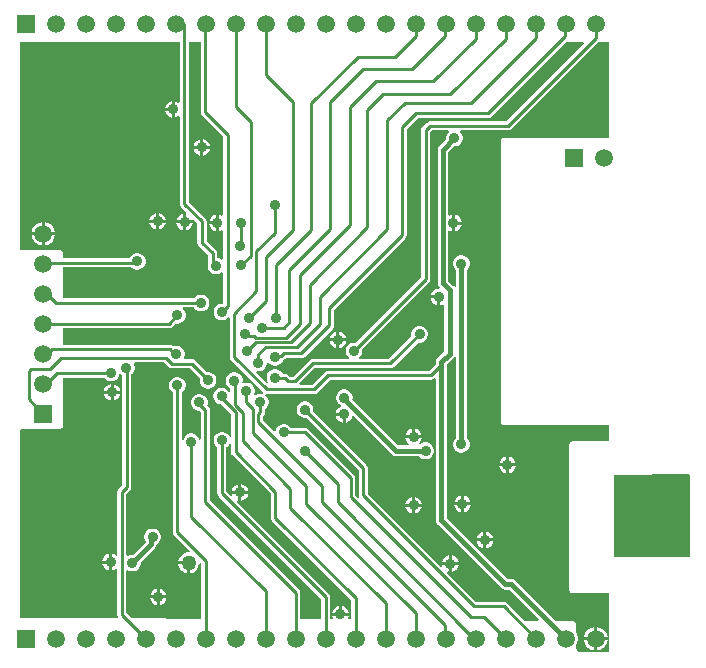
<source format=gbl>
G04*
G04 #@! TF.GenerationSoftware,Altium Limited,Altium Designer,21.2.0 (30)*
G04*
G04 Layer_Physical_Order=2*
G04 Layer_Color=16711680*
%FSLAX25Y25*%
%MOIN*%
G70*
G04*
G04 #@! TF.SameCoordinates,77A29CB9-FCA2-4D4B-8533-71CC963FDA7C*
G04*
G04*
G04 #@! TF.FilePolarity,Positive*
G04*
G01*
G75*
%ADD14C,0.01000*%
%ADD53C,0.01500*%
%ADD54C,0.05906*%
%ADD55R,0.05906X0.05906*%
%ADD56R,0.05906X0.05906*%
%ADD57C,0.03543*%
%ADD58C,0.05000*%
G36*
X323371Y395102D02*
X323134Y395004D01*
X322871Y394936D01*
X322270Y395283D01*
X321700Y395435D01*
Y392700D01*
Y389965D01*
X322270Y390117D01*
X322871Y390464D01*
X323134Y390396D01*
X323371Y390298D01*
Y361273D01*
X323487Y360688D01*
X323819Y360192D01*
X325578Y358432D01*
X325500Y358263D01*
Y355700D01*
X328063D01*
X328232Y355778D01*
X329271Y354740D01*
Y348200D01*
X329387Y347615D01*
X329719Y347119D01*
X332771Y344067D01*
Y342357D01*
X332887Y341772D01*
X332966Y341654D01*
X332917Y341570D01*
X332728Y340865D01*
Y340135D01*
X332917Y339430D01*
X333282Y338798D01*
X333798Y338282D01*
X334430Y337917D01*
X335135Y337728D01*
X335865D01*
X336570Y337917D01*
X337202Y338282D01*
X337271Y338351D01*
X337771Y338144D01*
Y327976D01*
X337765Y327972D01*
X337035D01*
X336330Y327783D01*
X335698Y327418D01*
X335182Y326902D01*
X334817Y326270D01*
X334628Y325565D01*
Y324835D01*
X334817Y324130D01*
X335182Y323498D01*
X335698Y322982D01*
X336330Y322617D01*
X337035Y322428D01*
X337765D01*
X338470Y322617D01*
X339102Y322982D01*
X339471Y323351D01*
X339971Y323144D01*
Y310200D01*
X340087Y309615D01*
X340419Y309119D01*
X351219Y298319D01*
X351230Y298311D01*
X351020Y297850D01*
X350565Y297972D01*
X349835D01*
X349130Y297783D01*
X348617Y297486D01*
X348352Y297635D01*
X348241Y297742D01*
X348200Y297794D01*
X348372Y298435D01*
Y299165D01*
X348183Y299870D01*
X347818Y300502D01*
X347302Y301018D01*
X346670Y301383D01*
X345965Y301572D01*
X345235D01*
X344650Y301415D01*
X344351Y301627D01*
X344232Y301788D01*
X344272Y301935D01*
Y302665D01*
X344083Y303370D01*
X343718Y304002D01*
X343202Y304518D01*
X342570Y304883D01*
X341865Y305072D01*
X341135D01*
X340430Y304883D01*
X339798Y304518D01*
X339282Y304002D01*
X338917Y303370D01*
X338728Y302665D01*
Y301935D01*
X338917Y301230D01*
X339282Y300598D01*
X339798Y300082D01*
X340271Y299809D01*
Y298498D01*
X339771Y298364D01*
X339518Y298802D01*
X339002Y299318D01*
X338370Y299683D01*
X337665Y299872D01*
X336935D01*
X336230Y299683D01*
X335598Y299318D01*
X335082Y298802D01*
X334717Y298170D01*
X334528Y297465D01*
Y296735D01*
X334717Y296030D01*
X335082Y295398D01*
X335598Y294882D01*
X336230Y294517D01*
X336935Y294328D01*
X337261D01*
X340471Y291118D01*
Y283581D01*
X339983Y283470D01*
X339618Y284102D01*
X339102Y284618D01*
X338470Y284983D01*
X337765Y285172D01*
X337035D01*
X336330Y284983D01*
X335698Y284618D01*
X335182Y284102D01*
X334817Y283470D01*
X334628Y282765D01*
Y282035D01*
X334817Y281330D01*
X335182Y280698D01*
X335698Y280182D01*
X335871Y280083D01*
Y264700D01*
X335987Y264115D01*
X336319Y263619D01*
X370471Y229467D01*
Y223075D01*
X370116Y222722D01*
X363529Y222761D01*
Y231600D01*
X363413Y232185D01*
X363081Y232681D01*
X333429Y262333D01*
Y292373D01*
X333313Y292958D01*
X332981Y293455D01*
X332488Y293948D01*
X332672Y294635D01*
Y295365D01*
X332483Y296070D01*
X332118Y296702D01*
X331602Y297218D01*
X330970Y297583D01*
X330265Y297772D01*
X329535D01*
X328830Y297583D01*
X328198Y297218D01*
X327682Y296702D01*
X327317Y296070D01*
X327128Y295365D01*
Y294635D01*
X327317Y293930D01*
X327682Y293298D01*
X328198Y292782D01*
X328830Y292417D01*
X329535Y292228D01*
X329882D01*
X330371Y291740D01*
Y282708D01*
X329871Y282642D01*
X329783Y282970D01*
X329418Y283602D01*
X328902Y284118D01*
X328270Y284483D01*
X327565Y284672D01*
X326835D01*
X326130Y284483D01*
X325498Y284118D01*
X324982Y283602D01*
X324617Y282970D01*
X324529Y282642D01*
X324029Y282708D01*
Y298383D01*
X324202Y298482D01*
X324718Y298998D01*
X325083Y299630D01*
X325272Y300335D01*
Y301065D01*
X325083Y301770D01*
X324718Y302402D01*
X324202Y302918D01*
X323570Y303283D01*
X322865Y303472D01*
X322135D01*
X321430Y303283D01*
X320798Y302918D01*
X320282Y302402D01*
X319917Y301770D01*
X319728Y301065D01*
Y300335D01*
X319917Y299630D01*
X320282Y298998D01*
X320798Y298482D01*
X320971Y298383D01*
Y251800D01*
X321087Y251215D01*
X321419Y250719D01*
X326637Y245500D01*
X326430Y245000D01*
X325839D01*
X324949Y244761D01*
X324151Y244301D01*
X323499Y243649D01*
X323039Y242851D01*
X322811Y242000D01*
X326300D01*
Y241500D01*
X326800D01*
Y238011D01*
X327651Y238239D01*
X328449Y238699D01*
X329101Y239351D01*
X329561Y240149D01*
X329800Y241039D01*
Y241228D01*
X330300Y241487D01*
X330471Y241367D01*
Y223313D01*
X330116Y222961D01*
X307366Y223097D01*
X305601Y224862D01*
Y238911D01*
X306101Y239165D01*
X306530Y238917D01*
X307235Y238728D01*
X307965D01*
X308670Y238917D01*
X309302Y239282D01*
X309818Y239798D01*
X310183Y240430D01*
X310372Y241135D01*
Y241748D01*
X315171Y246547D01*
X315171Y246547D01*
X315558Y247126D01*
X315692Y247803D01*
X316002Y247982D01*
X316518Y248498D01*
X316883Y249130D01*
X317072Y249835D01*
Y250565D01*
X316883Y251270D01*
X316518Y251902D01*
X316002Y252418D01*
X315370Y252783D01*
X314665Y252972D01*
X313935D01*
X313230Y252783D01*
X312598Y252418D01*
X312082Y251902D01*
X311717Y251270D01*
X311528Y250565D01*
Y249835D01*
X311717Y249130D01*
X312079Y248503D01*
X307848Y244272D01*
X307235D01*
X306530Y244083D01*
X306101Y243835D01*
X305601Y244090D01*
Y264622D01*
X306781Y265803D01*
X307113Y266299D01*
X307229Y266884D01*
Y304340D01*
X307302Y304382D01*
X307818Y304898D01*
X308183Y305530D01*
X308372Y306235D01*
Y306965D01*
X308183Y307670D01*
X308083Y307842D01*
X308372Y308342D01*
X318268D01*
X319763Y306847D01*
X320260Y306515D01*
X320845Y306399D01*
X326638D01*
X330080Y302957D01*
X330028Y302765D01*
Y302035D01*
X330217Y301330D01*
X330582Y300698D01*
X331098Y300182D01*
X331730Y299817D01*
X332435Y299628D01*
X333165D01*
X333870Y299817D01*
X334502Y300182D01*
X335018Y300698D01*
X335383Y301330D01*
X335572Y302035D01*
Y302765D01*
X335383Y303470D01*
X335018Y304102D01*
X334502Y304618D01*
X333870Y304983D01*
X333165Y305172D01*
X332435D01*
X332243Y305120D01*
X328353Y309010D01*
X327857Y309341D01*
X327272Y309458D01*
X324972D01*
X324683Y309958D01*
X324783Y310130D01*
X324972Y310835D01*
Y311565D01*
X324783Y312270D01*
X324418Y312902D01*
X323902Y313418D01*
X323270Y313783D01*
X322565Y313972D01*
X321835D01*
X321130Y313783D01*
X321106Y313769D01*
X321093Y313781D01*
X320597Y314113D01*
X320012Y314229D01*
X284445D01*
Y319771D01*
X319800D01*
X320385Y319887D01*
X320881Y320219D01*
X321943Y321280D01*
X322135Y321228D01*
X322865D01*
X323570Y321417D01*
X324202Y321782D01*
X324718Y322298D01*
X325083Y322930D01*
X325272Y323635D01*
Y324365D01*
X325083Y325070D01*
X324718Y325702D01*
X324249Y326171D01*
X324276Y326374D01*
X324418Y326671D01*
X328083D01*
X328182Y326498D01*
X328698Y325982D01*
X329330Y325617D01*
X330035Y325428D01*
X330765D01*
X331470Y325617D01*
X332102Y325982D01*
X332618Y326498D01*
X332983Y327130D01*
X333172Y327835D01*
Y328565D01*
X332983Y329270D01*
X332618Y329902D01*
X332102Y330418D01*
X331470Y330783D01*
X330765Y330972D01*
X330035D01*
X329330Y330783D01*
X328698Y330418D01*
X328182Y329902D01*
X328083Y329729D01*
X284445D01*
X284445Y340121D01*
X307160D01*
X307498Y339782D01*
X308130Y339417D01*
X308835Y339228D01*
X309565D01*
X310270Y339417D01*
X310902Y339782D01*
X311418Y340298D01*
X311783Y340930D01*
X311972Y341635D01*
Y342365D01*
X311783Y343070D01*
X311418Y343702D01*
X310902Y344218D01*
X310270Y344583D01*
X309565Y344772D01*
X308835D01*
X308130Y344583D01*
X307498Y344218D01*
X306982Y343702D01*
X306680Y343179D01*
X284445D01*
Y344814D01*
X284406Y345006D01*
X284369Y345198D01*
X284368Y345201D01*
X284367Y345204D01*
X284258Y345367D01*
X284150Y345531D01*
X284148Y345532D01*
X284146Y345535D01*
X283983Y345644D01*
X283821Y345754D01*
X283818Y345754D01*
X283815Y345756D01*
X283623Y345794D01*
X283431Y345833D01*
X270506Y345911D01*
X270480Y345934D01*
X270150Y346323D01*
Y415200D01*
X323371D01*
Y395102D01*
D02*
G37*
G36*
X466500Y383364D02*
X466145Y383012D01*
X431331Y383220D01*
X431328Y383219D01*
X431325Y383220D01*
X431132Y383181D01*
X430940Y383144D01*
X430938Y383143D01*
X430935Y383142D01*
X430772Y383033D01*
X430608Y382925D01*
X430607Y382923D01*
X430604Y382921D01*
X430495Y382758D01*
X430385Y382596D01*
X430385Y382593D01*
X430383Y382590D01*
X430345Y382398D01*
X430305Y382206D01*
X430306Y382203D01*
X430305Y382200D01*
X430344Y382008D01*
X430381Y381816D01*
X430382Y381813D01*
X430383Y381810D01*
X430455Y381701D01*
Y288400D01*
X430533Y288010D01*
X430754Y287679D01*
X431085Y287458D01*
X431475Y287380D01*
X466500Y287380D01*
Y282350D01*
X466145Y281997D01*
X454281Y282068D01*
X454278Y282067D01*
X454275Y282068D01*
X454082Y282030D01*
X453890Y281993D01*
X453888Y281991D01*
X453885Y281991D01*
X453722Y281881D01*
X453558Y281774D01*
X453557Y281771D01*
X453554Y281769D01*
X453445Y281606D01*
X453335Y281444D01*
X453335Y281441D01*
X453333Y281439D01*
X453295Y281246D01*
X453255Y281055D01*
X453256Y281051D01*
X453255Y281048D01*
X453255Y232500D01*
X453333Y232110D01*
X453554Y231779D01*
X453885Y231558D01*
X454275Y231480D01*
X466500D01*
Y211800D01*
X456220D01*
X456142Y212190D01*
X455921Y212521D01*
X455320Y213122D01*
Y214144D01*
X455683Y214774D01*
X455953Y215780D01*
Y216820D01*
X455683Y217826D01*
X455320Y218456D01*
Y221200D01*
X455281Y221392D01*
X455244Y221585D01*
X455243Y221587D01*
X455242Y221590D01*
X455133Y221753D01*
X455025Y221917D01*
X455023Y221918D01*
X455021Y221921D01*
X454857Y222030D01*
X454696Y222140D01*
X454693Y222140D01*
X454690Y222142D01*
X454497Y222180D01*
X454306Y222220D01*
X448569Y222254D01*
X435119Y235704D01*
X434541Y236091D01*
X433858Y236226D01*
X432617D01*
X412284Y256559D01*
Y307500D01*
Y307711D01*
X414562Y309988D01*
X414651Y310122D01*
X415330Y310239D01*
X415416Y310175D01*
Y283135D01*
X414982Y282702D01*
X414617Y282070D01*
X414428Y281365D01*
Y280635D01*
X414617Y279930D01*
X414982Y279298D01*
X415498Y278782D01*
X416130Y278417D01*
X416835Y278228D01*
X417565D01*
X418270Y278417D01*
X418902Y278782D01*
X419418Y279298D01*
X419783Y279930D01*
X419972Y280635D01*
Y281365D01*
X419783Y282070D01*
X419418Y282702D01*
X418984Y283135D01*
Y339165D01*
X419418Y339598D01*
X419783Y340230D01*
X419972Y340935D01*
Y341665D01*
X419783Y342370D01*
X419418Y343002D01*
X418902Y343518D01*
X418270Y343883D01*
X417565Y344072D01*
X416835D01*
X416130Y343883D01*
X415498Y343518D01*
X414982Y343002D01*
X414617Y342370D01*
X414428Y341665D01*
Y340935D01*
X414617Y340230D01*
X414982Y339598D01*
X415416Y339165D01*
Y333718D01*
X415330Y333655D01*
X414651Y333771D01*
X414562Y333905D01*
X412863Y335604D01*
Y352025D01*
X413363Y352314D01*
X413530Y352217D01*
X414100Y352065D01*
Y354800D01*
Y357535D01*
X413530Y357383D01*
X413363Y357286D01*
X412863Y357575D01*
Y378539D01*
X414652Y380328D01*
X415265D01*
X415970Y380517D01*
X416602Y380882D01*
X417118Y381398D01*
X417483Y382030D01*
X417672Y382735D01*
Y383465D01*
X417483Y384170D01*
X417118Y384802D01*
X416749Y385171D01*
X416956Y385671D01*
X432700D01*
X433285Y385787D01*
X433781Y386119D01*
X462863Y415200D01*
X466500D01*
Y383364D01*
D02*
G37*
G36*
X330371Y391700D02*
X330487Y391115D01*
X330819Y390619D01*
X337771Y383666D01*
Y357598D01*
X337271Y357309D01*
X336970Y357483D01*
X336400Y357635D01*
Y354900D01*
Y352165D01*
X336970Y352317D01*
X337271Y352491D01*
X337771Y352202D01*
Y342856D01*
X337271Y342649D01*
X337202Y342718D01*
X336570Y343083D01*
X335865Y343272D01*
X335829D01*
Y344700D01*
X335713Y345285D01*
X335381Y345781D01*
X332329Y348833D01*
Y355373D01*
X332213Y355958D01*
X331881Y356455D01*
X326429Y361907D01*
Y415200D01*
X330371D01*
Y391700D01*
D02*
G37*
G36*
X413051Y385171D02*
X412682Y384802D01*
X412317Y384170D01*
X412128Y383465D01*
Y382852D01*
X409817Y380540D01*
X409430Y379961D01*
X409294Y379278D01*
Y334865D01*
X409430Y334182D01*
X409817Y333604D01*
X409948Y333472D01*
X409741Y332972D01*
X409335D01*
X408630Y332783D01*
X407998Y332418D01*
X407482Y331902D01*
X407117Y331270D01*
X406965Y330700D01*
X409700D01*
Y330200D01*
X410200D01*
Y327465D01*
X410770Y327617D01*
X411016Y327759D01*
X411516Y327470D01*
Y311989D01*
X409238Y309712D01*
X408851Y309133D01*
X408716Y308450D01*
Y307879D01*
X406466Y305629D01*
X372800D01*
X372215Y305513D01*
X371719Y305181D01*
X367466Y300929D01*
X363446D01*
X363254Y301391D01*
X368334Y306471D01*
X393600D01*
X394185Y306587D01*
X394681Y306919D01*
X402743Y314980D01*
X402935Y314928D01*
X403665D01*
X404370Y315117D01*
X405002Y315482D01*
X405518Y315998D01*
X405883Y316630D01*
X406072Y317335D01*
Y318065D01*
X405883Y318770D01*
X405518Y319402D01*
X405002Y319918D01*
X404370Y320283D01*
X403665Y320472D01*
X402935D01*
X402230Y320283D01*
X401598Y319918D01*
X401082Y319402D01*
X400717Y318770D01*
X400528Y318065D01*
Y317335D01*
X400580Y317143D01*
X392967Y309529D01*
X383318D01*
X383176Y309826D01*
X383149Y310029D01*
X383618Y310498D01*
X383983Y311130D01*
X384172Y311835D01*
Y312565D01*
X384120Y312757D01*
X406381Y335019D01*
X406713Y335515D01*
X406829Y336100D01*
Y385067D01*
X407434Y385671D01*
X412844D01*
X413051Y385171D01*
D02*
G37*
G36*
X458075Y414738D02*
X432066Y388729D01*
X406800D01*
X406215Y388613D01*
X405719Y388281D01*
X404219Y386781D01*
X403887Y386285D01*
X403771Y385700D01*
Y336734D01*
X381957Y314920D01*
X381765Y314972D01*
X381035D01*
X380330Y314783D01*
X379698Y314418D01*
X379182Y313902D01*
X378817Y313270D01*
X378628Y312565D01*
Y311835D01*
X378817Y311130D01*
X379182Y310498D01*
X379651Y310029D01*
X379624Y309826D01*
X379482Y309529D01*
X367700D01*
X367115Y309413D01*
X366619Y309081D01*
X361067Y303529D01*
X360078D01*
X359497Y304110D01*
X359001Y304441D01*
X358416Y304558D01*
X357618D01*
X357362Y305002D01*
X356846Y305518D01*
X356214Y305883D01*
X355509Y306072D01*
X354779D01*
X354074Y305883D01*
X353442Y305518D01*
X352926Y305002D01*
X352561Y304370D01*
X352373Y303665D01*
Y302935D01*
X352561Y302230D01*
X352864Y301706D01*
X352464Y301399D01*
X348849Y305014D01*
X349107Y305463D01*
X349235Y305428D01*
X349965D01*
X350670Y305617D01*
X351302Y305982D01*
X351818Y306498D01*
X352183Y307130D01*
X352372Y307835D01*
Y308182D01*
X352872Y308316D01*
X352882Y308298D01*
X353398Y307782D01*
X354030Y307417D01*
X354735Y307228D01*
X355465D01*
X356170Y307417D01*
X356802Y307782D01*
X357318Y308298D01*
X357683Y308930D01*
X357708Y309022D01*
X357849Y309050D01*
X358345Y309382D01*
X358834Y309871D01*
X363900D01*
X364485Y309987D01*
X364981Y310319D01*
X374281Y319619D01*
X374613Y320115D01*
X374729Y320700D01*
Y325766D01*
X398581Y349619D01*
X398913Y350115D01*
X399029Y350700D01*
Y386067D01*
X402834Y389871D01*
X426200D01*
X426785Y389987D01*
X427281Y390319D01*
X452163Y415200D01*
X457884D01*
X458075Y414738D01*
D02*
G37*
G36*
X303898Y304382D02*
X304171Y304225D01*
Y267518D01*
X302990Y266337D01*
X302659Y265841D01*
X302542Y265256D01*
Y244184D01*
X302042Y243977D01*
X302002Y244018D01*
X301370Y244383D01*
X300800Y244535D01*
Y241800D01*
Y239065D01*
X301370Y239217D01*
X302002Y239582D01*
X302042Y239623D01*
X302542Y239416D01*
Y224228D01*
X302659Y223643D01*
X302671Y223625D01*
X302403Y223126D01*
X270150Y223319D01*
Y285968D01*
X270500Y286255D01*
X283425D01*
X283815Y286333D01*
X284146Y286554D01*
X284367Y286885D01*
X284445Y287275D01*
X284445Y303271D01*
X298183D01*
X298282Y303098D01*
X298798Y302582D01*
X299430Y302217D01*
X300135Y302028D01*
X300865D01*
X301570Y302217D01*
X302202Y302582D01*
X302718Y303098D01*
X303083Y303730D01*
X303243Y304330D01*
X303548Y304476D01*
X303772Y304509D01*
X303898Y304382D01*
D02*
G37*
G36*
X408716Y302900D02*
Y255820D01*
X408851Y255137D01*
X409238Y254558D01*
X430616Y233180D01*
X431195Y232794D01*
X431878Y232658D01*
X433119D01*
X443027Y222749D01*
X442835Y222288D01*
X438147Y222316D01*
X432381Y228081D01*
X431885Y228413D01*
X431300Y228529D01*
X422133D01*
X412439Y238224D01*
X412698Y238672D01*
X413100Y238565D01*
Y240800D01*
X410864D01*
X410972Y240398D01*
X410524Y240139D01*
X386029Y264633D01*
Y273200D01*
X385913Y273785D01*
X385581Y274281D01*
X367820Y292043D01*
X367872Y292235D01*
Y292965D01*
X367683Y293670D01*
X367318Y294302D01*
X366802Y294818D01*
X366170Y295183D01*
X365465Y295372D01*
X364735D01*
X364030Y295183D01*
X363398Y294818D01*
X362882Y294302D01*
X362517Y293670D01*
X362328Y292965D01*
Y292235D01*
X362517Y291530D01*
X362882Y290898D01*
X363398Y290382D01*
X364030Y290017D01*
X364735Y289828D01*
X365465D01*
X365657Y289880D01*
X382971Y272567D01*
Y264000D01*
X383070Y263500D01*
X382847Y263297D01*
X382658Y263205D01*
X381829Y264034D01*
Y269700D01*
X381713Y270285D01*
X381381Y270781D01*
X366081Y286081D01*
X365585Y286413D01*
X365000Y286529D01*
X360317D01*
X360218Y286702D01*
X359702Y287218D01*
X359070Y287583D01*
X358365Y287772D01*
X357635D01*
X356930Y287583D01*
X356298Y287218D01*
X355782Y286702D01*
X355417Y286070D01*
X355287Y285583D01*
X354757Y285406D01*
X351129Y289034D01*
Y290522D01*
X351281Y290674D01*
X351613Y291171D01*
X351729Y291756D01*
Y292883D01*
X351902Y292982D01*
X352418Y293498D01*
X352783Y294130D01*
X352972Y294835D01*
Y295565D01*
X352783Y296270D01*
X352418Y296902D01*
X351902Y297418D01*
X351843Y297452D01*
X352022Y297926D01*
X352300Y297871D01*
X368100D01*
X368685Y297987D01*
X369181Y298319D01*
X373433Y302571D01*
X407100D01*
X407685Y302687D01*
X408181Y303019D01*
X408254Y303091D01*
X408716Y302900D01*
D02*
G37*
G36*
X340471Y281219D02*
Y278500D01*
X340587Y277915D01*
X340919Y277419D01*
X353671Y264667D01*
Y256600D01*
X353787Y256015D01*
X354119Y255519D01*
X380471Y229167D01*
Y223015D01*
X380122Y222668D01*
X379633Y222705D01*
X379369Y223167D01*
X379483Y223364D01*
X379635Y223934D01*
X374165D01*
X374317Y223364D01*
X374414Y223196D01*
X374125Y222698D01*
X373529Y222702D01*
Y230100D01*
X373413Y230685D01*
X373081Y231181D01*
X342375Y261888D01*
X342634Y262336D01*
X342900Y262265D01*
Y264500D01*
X340665D01*
X340736Y264234D01*
X340287Y263975D01*
X338929Y265334D01*
Y280083D01*
X339102Y280182D01*
X339618Y280698D01*
X339983Y281330D01*
X340471Y281219D01*
D02*
G37*
G36*
X493300Y270646D02*
Y243600D01*
X468220D01*
X468220Y270921D01*
X492946Y270999D01*
X493300Y270646D01*
D02*
G37*
%LPC*%
G36*
X320700Y395435D02*
X320130Y395283D01*
X319498Y394918D01*
X318982Y394402D01*
X318617Y393770D01*
X318465Y393200D01*
X320700D01*
Y395435D01*
D02*
G37*
G36*
Y392200D02*
X318465D01*
X318617Y391630D01*
X318982Y390998D01*
X319498Y390482D01*
X320130Y390117D01*
X320700Y389965D01*
Y392200D01*
D02*
G37*
G36*
X316500Y358135D02*
Y355900D01*
X318735D01*
X318583Y356470D01*
X318218Y357102D01*
X317702Y357618D01*
X317070Y357983D01*
X316500Y358135D01*
D02*
G37*
G36*
X315500D02*
X314930Y357983D01*
X314298Y357618D01*
X313782Y357102D01*
X313417Y356470D01*
X313265Y355900D01*
X315500D01*
Y358135D01*
D02*
G37*
G36*
X324500Y357935D02*
X323930Y357783D01*
X323298Y357418D01*
X322782Y356902D01*
X322417Y356270D01*
X322265Y355700D01*
X324500D01*
Y357935D01*
D02*
G37*
G36*
X318735Y354900D02*
X316500D01*
Y352665D01*
X317070Y352817D01*
X317702Y353182D01*
X318218Y353698D01*
X318583Y354330D01*
X318735Y354900D01*
D02*
G37*
G36*
X315500D02*
X313265D01*
X313417Y354330D01*
X313782Y353698D01*
X314298Y353182D01*
X314930Y352817D01*
X315500Y352665D01*
Y354900D01*
D02*
G37*
G36*
X327735Y354700D02*
X325500D01*
Y352465D01*
X326070Y352617D01*
X326702Y352982D01*
X327218Y353498D01*
X327583Y354130D01*
X327735Y354700D01*
D02*
G37*
G36*
X324500D02*
X322265D01*
X322417Y354130D01*
X322782Y353498D01*
X323298Y352982D01*
X323930Y352617D01*
X324500Y352465D01*
Y354700D01*
D02*
G37*
G36*
X278420Y355253D02*
X278400D01*
Y351800D01*
X281853D01*
Y351820D01*
X281583Y352826D01*
X281063Y353727D01*
X280327Y354463D01*
X279426Y354983D01*
X278420Y355253D01*
D02*
G37*
G36*
X277400D02*
X277380D01*
X276374Y354983D01*
X275473Y354463D01*
X274737Y353727D01*
X274217Y352826D01*
X273947Y351820D01*
Y351800D01*
X277400D01*
Y355253D01*
D02*
G37*
G36*
X281853Y350800D02*
X278400D01*
Y347347D01*
X278420D01*
X279426Y347617D01*
X280327Y348137D01*
X281063Y348873D01*
X281583Y349774D01*
X281853Y350780D01*
Y350800D01*
D02*
G37*
G36*
X277400D02*
X273947D01*
Y350780D01*
X274217Y349774D01*
X274737Y348873D01*
X275473Y348137D01*
X276374Y347617D01*
X277380Y347347D01*
X277400D01*
Y350800D01*
D02*
G37*
G36*
X325800Y241000D02*
X322811D01*
X323039Y240149D01*
X323499Y239351D01*
X324151Y238699D01*
X324949Y238239D01*
X325800Y238011D01*
Y241000D01*
D02*
G37*
G36*
X316700Y232935D02*
Y230700D01*
X318935D01*
X318783Y231270D01*
X318418Y231902D01*
X317902Y232418D01*
X317270Y232783D01*
X316700Y232935D01*
D02*
G37*
G36*
X315700D02*
X315130Y232783D01*
X314498Y232418D01*
X313982Y231902D01*
X313617Y231270D01*
X313465Y230700D01*
X315700D01*
Y232935D01*
D02*
G37*
G36*
X318935Y229700D02*
X316700D01*
Y227465D01*
X317270Y227617D01*
X317902Y227982D01*
X318418Y228498D01*
X318783Y229130D01*
X318935Y229700D01*
D02*
G37*
G36*
X315700D02*
X313465D01*
X313617Y229130D01*
X313982Y228498D01*
X314498Y227982D01*
X315130Y227617D01*
X315700Y227465D01*
Y229700D01*
D02*
G37*
G36*
X415100Y357535D02*
Y355300D01*
X417336D01*
X417183Y355870D01*
X416818Y356502D01*
X416302Y357018D01*
X415670Y357383D01*
X415100Y357535D01*
D02*
G37*
G36*
X417336Y354300D02*
X415100D01*
Y352065D01*
X415670Y352217D01*
X416302Y352582D01*
X416818Y353098D01*
X417183Y353730D01*
X417336Y354300D01*
D02*
G37*
G36*
X433100Y276935D02*
Y274700D01*
X435335D01*
X435183Y275270D01*
X434818Y275902D01*
X434302Y276418D01*
X433670Y276783D01*
X433100Y276935D01*
D02*
G37*
G36*
X432100D02*
X431530Y276783D01*
X430898Y276418D01*
X430382Y275902D01*
X430017Y275270D01*
X429865Y274700D01*
X432100D01*
Y276935D01*
D02*
G37*
G36*
X435335Y273700D02*
X433100D01*
Y271465D01*
X433670Y271617D01*
X434302Y271982D01*
X434818Y272498D01*
X435183Y273130D01*
X435335Y273700D01*
D02*
G37*
G36*
X432100D02*
X429865D01*
X430017Y273130D01*
X430382Y272498D01*
X430898Y271982D01*
X431530Y271617D01*
X432100Y271465D01*
Y273700D01*
D02*
G37*
G36*
X418100Y263935D02*
Y261700D01*
X420335D01*
X420183Y262270D01*
X419818Y262902D01*
X419302Y263418D01*
X418670Y263783D01*
X418100Y263935D01*
D02*
G37*
G36*
X417100D02*
X416530Y263783D01*
X415898Y263418D01*
X415382Y262902D01*
X415017Y262270D01*
X414864Y261700D01*
X417100D01*
Y263935D01*
D02*
G37*
G36*
X420335Y260700D02*
X418100D01*
Y258465D01*
X418670Y258617D01*
X419302Y258982D01*
X419818Y259498D01*
X420183Y260130D01*
X420335Y260700D01*
D02*
G37*
G36*
X417100D02*
X414864D01*
X415017Y260130D01*
X415382Y259498D01*
X415898Y258982D01*
X416530Y258617D01*
X417100Y258465D01*
Y260700D01*
D02*
G37*
G36*
X425600Y251935D02*
Y249700D01*
X427836D01*
X427683Y250270D01*
X427318Y250902D01*
X426802Y251418D01*
X426170Y251783D01*
X425600Y251935D01*
D02*
G37*
G36*
X424600D02*
X424030Y251783D01*
X423398Y251418D01*
X422882Y250902D01*
X422517Y250270D01*
X422365Y249700D01*
X424600D01*
Y251935D01*
D02*
G37*
G36*
X427836Y248700D02*
X425600D01*
Y246465D01*
X426170Y246617D01*
X426802Y246982D01*
X427318Y247498D01*
X427683Y248130D01*
X427836Y248700D01*
D02*
G37*
G36*
X424600D02*
X422365D01*
X422517Y248130D01*
X422882Y247498D01*
X423398Y246982D01*
X424030Y246617D01*
X424600Y246465D01*
Y248700D01*
D02*
G37*
G36*
X462520Y220253D02*
X462500D01*
Y216800D01*
X465953D01*
Y216820D01*
X465683Y217826D01*
X465163Y218727D01*
X464427Y219463D01*
X463526Y219983D01*
X462520Y220253D01*
D02*
G37*
G36*
X461500D02*
X461480D01*
X460474Y219983D01*
X459573Y219463D01*
X458837Y218727D01*
X458317Y217826D01*
X458047Y216820D01*
Y216800D01*
X461500D01*
Y220253D01*
D02*
G37*
G36*
X465953Y215800D02*
X462500D01*
Y212347D01*
X462520D01*
X463526Y212617D01*
X464427Y213137D01*
X465163Y213873D01*
X465683Y214774D01*
X465953Y215780D01*
Y215800D01*
D02*
G37*
G36*
X461500D02*
X458047D01*
Y215780D01*
X458317Y214774D01*
X458837Y213873D01*
X459573Y213137D01*
X460474Y212617D01*
X461480Y212347D01*
X461500D01*
Y215800D01*
D02*
G37*
G36*
X331200Y382770D02*
Y380534D01*
X333435D01*
X333283Y381104D01*
X332918Y381736D01*
X332402Y382252D01*
X331770Y382617D01*
X331200Y382770D01*
D02*
G37*
G36*
X330200D02*
X329630Y382617D01*
X328998Y382252D01*
X328482Y381736D01*
X328117Y381104D01*
X327965Y380534D01*
X330200D01*
Y382770D01*
D02*
G37*
G36*
X333435Y379534D02*
X331200D01*
Y377299D01*
X331770Y377451D01*
X332402Y377816D01*
X332918Y378332D01*
X333283Y378964D01*
X333435Y379534D01*
D02*
G37*
G36*
X330200D02*
X327965D01*
X328117Y378964D01*
X328482Y378332D01*
X328998Y377816D01*
X329630Y377451D01*
X330200Y377299D01*
Y379534D01*
D02*
G37*
G36*
X335400Y357635D02*
X334830Y357483D01*
X334198Y357118D01*
X333682Y356602D01*
X333317Y355970D01*
X333165Y355400D01*
X335400D01*
Y357635D01*
D02*
G37*
G36*
Y354400D02*
X333165D01*
X333317Y353830D01*
X333682Y353198D01*
X334198Y352682D01*
X334830Y352317D01*
X335400Y352165D01*
Y354400D01*
D02*
G37*
G36*
X409200Y329700D02*
X406965D01*
X407117Y329130D01*
X407482Y328498D01*
X407998Y327982D01*
X408630Y327617D01*
X409200Y327465D01*
Y329700D01*
D02*
G37*
G36*
X376600Y318635D02*
Y316400D01*
X378835D01*
X378683Y316970D01*
X378318Y317602D01*
X377802Y318118D01*
X377170Y318483D01*
X376600Y318635D01*
D02*
G37*
G36*
X375600D02*
X375030Y318483D01*
X374398Y318118D01*
X373882Y317602D01*
X373517Y316970D01*
X373365Y316400D01*
X375600D01*
Y318635D01*
D02*
G37*
G36*
X378835Y315400D02*
X376600D01*
Y313165D01*
X377170Y313317D01*
X377802Y313682D01*
X378318Y314198D01*
X378683Y314830D01*
X378835Y315400D01*
D02*
G37*
G36*
X375600D02*
X373365D01*
X373517Y314830D01*
X373882Y314198D01*
X374398Y313682D01*
X375030Y313317D01*
X375600Y313165D01*
Y315400D01*
D02*
G37*
G36*
X301300Y301135D02*
Y298900D01*
X303535D01*
X303383Y299470D01*
X303018Y300102D01*
X302502Y300618D01*
X301870Y300983D01*
X301300Y301135D01*
D02*
G37*
G36*
X300300D02*
X299730Y300983D01*
X299098Y300618D01*
X298582Y300102D01*
X298217Y299470D01*
X298065Y298900D01*
X300300D01*
Y301135D01*
D02*
G37*
G36*
X303535Y297900D02*
X301300D01*
Y295665D01*
X301870Y295817D01*
X302502Y296182D01*
X303018Y296698D01*
X303383Y297330D01*
X303535Y297900D01*
D02*
G37*
G36*
X300300D02*
X298065D01*
X298217Y297330D01*
X298582Y296698D01*
X299098Y296182D01*
X299730Y295817D01*
X300300Y295665D01*
Y297900D01*
D02*
G37*
G36*
X299800Y244535D02*
X299230Y244383D01*
X298598Y244018D01*
X298082Y243502D01*
X297717Y242870D01*
X297565Y242300D01*
X299800D01*
Y244535D01*
D02*
G37*
G36*
Y241300D02*
X297565D01*
X297717Y240730D01*
X298082Y240098D01*
X298598Y239582D01*
X299230Y239217D01*
X299800Y239065D01*
Y241300D01*
D02*
G37*
G36*
X377627Y290500D02*
X375391D01*
X375544Y289930D01*
X375909Y289298D01*
X376425Y288782D01*
X377057Y288417D01*
X377627Y288265D01*
Y290500D01*
D02*
G37*
G36*
X401800Y286235D02*
Y284000D01*
X404035D01*
X403883Y284570D01*
X403518Y285202D01*
X403002Y285718D01*
X402370Y286083D01*
X401800Y286235D01*
D02*
G37*
G36*
X400800D02*
X400230Y286083D01*
X399598Y285718D01*
X399082Y285202D01*
X398717Y284570D01*
X398565Y284000D01*
X400800D01*
Y286235D01*
D02*
G37*
G36*
X378565Y299360D02*
X377835D01*
X377130Y299171D01*
X376498Y298806D01*
X375982Y298290D01*
X375617Y297658D01*
X375428Y296953D01*
Y296223D01*
X375617Y295518D01*
X375982Y294886D01*
X376498Y294370D01*
X376995Y294084D01*
X377031Y293789D01*
X377019Y293661D01*
X376980Y293538D01*
X376425Y293218D01*
X375909Y292702D01*
X375544Y292070D01*
X375391Y291500D01*
X378127D01*
Y291000D01*
X378627D01*
Y288265D01*
X379197Y288417D01*
X379829Y288782D01*
X380345Y289298D01*
X380709Y289930D01*
X380821Y290348D01*
X381379Y290497D01*
X394238Y277638D01*
X394238Y277638D01*
X394817Y277252D01*
X395500Y277116D01*
X403165D01*
X403598Y276682D01*
X404230Y276317D01*
X404935Y276128D01*
X405665D01*
X406370Y276317D01*
X407002Y276682D01*
X407518Y277198D01*
X407883Y277830D01*
X408072Y278535D01*
Y279265D01*
X407883Y279970D01*
X407518Y280602D01*
X407002Y281118D01*
X406370Y281483D01*
X405665Y281672D01*
X404935D01*
X404230Y281483D01*
X403598Y281118D01*
X403416Y280936D01*
X403374Y280947D01*
X403225Y281505D01*
X403518Y281798D01*
X403883Y282430D01*
X404035Y283000D01*
X398565D01*
X398717Y282430D01*
X399082Y281798D01*
X399598Y281282D01*
X399768Y281184D01*
X399634Y280684D01*
X396239D01*
X380914Y296009D01*
X380972Y296223D01*
Y296953D01*
X380783Y297658D01*
X380418Y298290D01*
X379902Y298806D01*
X379270Y299171D01*
X378565Y299360D01*
D02*
G37*
G36*
X401800Y263470D02*
Y261234D01*
X404035D01*
X403883Y261804D01*
X403518Y262436D01*
X403002Y262952D01*
X402370Y263317D01*
X401800Y263470D01*
D02*
G37*
G36*
X400800D02*
X400230Y263317D01*
X399598Y262952D01*
X399082Y262436D01*
X398717Y261804D01*
X398565Y261234D01*
X400800D01*
Y263470D01*
D02*
G37*
G36*
X404035Y260234D02*
X401800D01*
Y257999D01*
X402370Y258152D01*
X403002Y258516D01*
X403518Y259032D01*
X403883Y259664D01*
X404035Y260234D01*
D02*
G37*
G36*
X400800D02*
X398565D01*
X398717Y259664D01*
X399082Y259032D01*
X399598Y258516D01*
X400230Y258152D01*
X400800Y257999D01*
Y260234D01*
D02*
G37*
G36*
X414100Y244035D02*
Y241800D01*
X416335D01*
X416183Y242370D01*
X415818Y243002D01*
X415302Y243518D01*
X414670Y243883D01*
X414100Y244035D01*
D02*
G37*
G36*
X413100D02*
X412530Y243883D01*
X411898Y243518D01*
X411382Y243002D01*
X411017Y242370D01*
X410864Y241800D01*
X413100D01*
Y244035D01*
D02*
G37*
G36*
X416335Y240800D02*
X414100D01*
Y238565D01*
X414670Y238717D01*
X415302Y239082D01*
X415818Y239598D01*
X416183Y240230D01*
X416335Y240800D01*
D02*
G37*
G36*
X343900Y267735D02*
Y265500D01*
X346135D01*
X345983Y266070D01*
X345618Y266702D01*
X345102Y267218D01*
X344470Y267583D01*
X343900Y267735D01*
D02*
G37*
G36*
X342900D02*
X342330Y267583D01*
X341698Y267218D01*
X341182Y266702D01*
X340817Y266070D01*
X340665Y265500D01*
X342900D01*
Y267735D01*
D02*
G37*
G36*
X346135Y264500D02*
X343900D01*
Y262265D01*
X344470Y262417D01*
X345102Y262782D01*
X345618Y263298D01*
X345983Y263930D01*
X346135Y264500D01*
D02*
G37*
G36*
X377400Y227170D02*
Y224934D01*
X379635D01*
X379483Y225504D01*
X379118Y226136D01*
X378602Y226652D01*
X377970Y227017D01*
X377400Y227170D01*
D02*
G37*
G36*
X376400D02*
X375830Y227017D01*
X375198Y226652D01*
X374682Y226136D01*
X374317Y225504D01*
X374165Y224934D01*
X376400D01*
Y227170D01*
D02*
G37*
%LPD*%
D14*
X405300Y336100D02*
Y385700D01*
X381400Y312200D02*
X405300Y336100D01*
X406800Y387200D02*
X432700D01*
X462000Y416500D02*
Y421000D01*
X432700Y387200D02*
X462000Y416500D01*
X402200Y391400D02*
X426200D01*
X451933Y420933D02*
X452000Y421000D01*
X451933Y417133D02*
Y420933D01*
X426200Y391400D02*
X451933Y417133D01*
X398400Y394800D02*
X420300D01*
X442000Y416500D02*
Y421000D01*
X420300Y394800D02*
X442000Y416500D01*
X413500Y397800D02*
X432000Y416300D01*
X391100Y397800D02*
X413500D01*
X432000Y416300D02*
Y421000D01*
X422000Y416300D02*
Y421000D01*
X388800Y402200D02*
X407900D01*
X422000Y416300D01*
X400700Y406000D02*
X411833Y417133D01*
X384300Y406000D02*
X400700D01*
X411833Y420833D02*
X412000Y421000D01*
X411833Y417133D02*
Y420833D01*
X402000Y417100D02*
Y421000D01*
X395200Y410300D02*
X402000Y417100D01*
X382800Y410300D02*
X395200D01*
X373200Y326400D02*
X397500Y350700D01*
X363900Y311400D02*
X373200Y320700D01*
Y326400D01*
X357263Y310463D02*
X358200Y311400D01*
X363900D01*
X397500Y350700D02*
Y386700D01*
X402200Y391400D01*
X355563Y310463D02*
X357263D01*
X355100Y310000D02*
X355563Y310463D01*
X331900Y391700D02*
Y421157D01*
Y391700D02*
X339300Y384300D01*
X342200Y393400D02*
X347100Y388500D01*
X342200Y393400D02*
Y420224D01*
X352000Y404200D02*
X361200Y395000D01*
X352000Y404200D02*
Y420688D01*
X392600Y389000D02*
X398400Y394800D01*
X370000Y330300D02*
X392600Y352900D01*
Y389000D01*
X370000Y321100D02*
Y330300D01*
X362528Y313628D02*
X370000Y321100D01*
X352128Y313628D02*
X362528D01*
X385800Y353400D02*
Y392500D01*
X366700Y321500D02*
Y334300D01*
X385800Y353400D01*
Y392500D02*
X391100Y397800D01*
X351507Y315128D02*
X360328D01*
X366700Y321500D01*
X348709Y315009D02*
X351387D01*
X351507Y315128D01*
X345700Y312000D02*
X348709Y315009D01*
X349600Y311100D02*
X352128Y313628D01*
X349600Y308200D02*
Y311100D01*
X355416Y303028D02*
X358416D01*
X355144Y303300D02*
X355416Y303028D01*
X358416D02*
X359444Y302000D01*
X361700D01*
X350200Y291756D02*
Y295200D01*
X349600Y291156D02*
X350200Y291756D01*
X349600Y288400D02*
Y291156D01*
X322500Y251800D02*
Y300700D01*
Y251800D02*
X332000Y242300D01*
Y216300D02*
Y242300D01*
X349600Y288400D02*
X370800Y267200D01*
X345600Y295173D02*
X347800Y292973D01*
X345600Y295173D02*
Y298800D01*
X341500Y302300D02*
X341800Y302000D01*
Y294073D02*
Y302000D01*
Y294073D02*
X344300Y291573D01*
X337300Y296452D02*
X342000Y291752D01*
Y278500D02*
Y291752D01*
X337300Y296452D02*
Y297100D01*
X350900Y319900D02*
X358000D01*
X349007Y316628D02*
X349007Y316628D01*
X348887Y316509D02*
X349007Y316628D01*
X349007Y316628D02*
Y316628D01*
X347967Y317313D02*
X348772Y316509D01*
X345487Y317313D02*
X347967D01*
X345000Y317800D02*
X345487Y317313D01*
X348772Y316509D02*
X348887D01*
X346600Y323100D02*
X352200Y328700D01*
Y343379D01*
X277900Y321300D02*
X319800D01*
X322500Y324000D01*
X282070Y328200D02*
X330400D01*
X277900Y331300D02*
X278970D01*
X282070Y328200D01*
X365100Y292600D02*
X384500Y273200D01*
X349007Y316628D02*
X358928D01*
X363500Y321200D01*
X347800Y284900D02*
Y292973D01*
X341500Y310200D02*
X352300Y299400D01*
X368100D01*
X372800Y304100D01*
X407100D01*
X410500Y307500D01*
X341500Y310200D02*
Y324600D01*
X348900Y332000D01*
Y345373D01*
X355000Y351473D01*
Y360834D01*
X352200Y343379D02*
X361200Y352379D01*
X347100Y343900D02*
Y388500D01*
X343900Y340700D02*
X347100Y343900D01*
X334300Y342357D02*
X335500Y341158D01*
X334300Y342357D02*
Y344700D01*
X330800Y348200D02*
X334300Y344700D01*
X335500Y340500D02*
Y341158D01*
X330800Y348200D02*
Y355373D01*
X339300Y327100D02*
Y384300D01*
X337400Y325200D02*
X339300Y327100D01*
X324900Y361273D02*
X330800Y355373D01*
X324900Y361273D02*
Y421000D01*
X318901Y309872D02*
X320845Y307928D01*
X327272D01*
X283722Y309872D02*
X318901D01*
X332800Y302400D02*
X332800D01*
X327272Y307928D02*
X332800Y302400D01*
X358000Y285000D02*
X365000D01*
X380300Y269700D01*
X343700Y347200D02*
Y354800D01*
X343800Y354900D01*
X343600Y347100D02*
X343700Y347200D01*
X278250Y341650D02*
X308850D01*
X277900Y341300D02*
X278250Y341650D01*
X308850D02*
X309200Y342000D01*
X273200Y296000D02*
Y305614D01*
X273786Y306200D02*
X280050D01*
X273200Y296000D02*
X277900Y291300D01*
X273200Y305614D02*
X273786Y306200D01*
X280050D02*
X283722Y309872D01*
X305700Y266884D02*
Y306500D01*
X305600Y306600D02*
X305700Y306500D01*
X304072Y265256D02*
X305700Y266884D01*
X304072Y224228D02*
Y265256D01*
Y224228D02*
X312000Y216300D01*
X367700Y308000D02*
X393600D01*
X403300Y317700D01*
X361700Y302000D02*
X367700Y308000D01*
X405300Y385700D02*
X406800Y387200D01*
X380200Y393600D02*
X388800Y402200D01*
X380200Y354100D02*
Y393600D01*
X363500Y337400D02*
X380200Y354100D01*
X363500Y321200D02*
Y337400D01*
X373600Y395300D02*
X384300Y406000D01*
X373600Y352900D02*
Y395300D01*
X359800Y339100D02*
X373600Y352900D01*
X359800Y321700D02*
Y339100D01*
X358000Y319900D02*
X359800Y321700D01*
X367200Y394700D02*
X382800Y410300D01*
X367200Y352500D02*
Y394700D01*
X355400Y340700D02*
X367200Y352500D01*
X355400Y323300D02*
Y340700D01*
X421500Y227000D02*
X431300D01*
X442000Y216300D01*
X384500Y264000D02*
X421500Y227000D01*
X384500Y264000D02*
Y273200D01*
X420300Y223400D02*
X424900D01*
X432000Y216300D01*
X380300Y263400D02*
X420300Y223400D01*
X380300Y263400D02*
Y269700D01*
X376100Y261800D02*
X421600Y216300D01*
X422000D01*
X376100Y261800D02*
Y267700D01*
X365000Y278800D02*
X376100Y267700D01*
X370800Y261700D02*
X411747Y220753D01*
Y216553D02*
X412000Y216300D01*
X411747Y216553D02*
Y220753D01*
X370800Y261700D02*
Y267200D01*
X402000Y216300D02*
Y224700D01*
X365500Y261200D02*
X402000Y224700D01*
X365500Y261200D02*
Y267200D01*
X347800Y284900D02*
X365500Y267200D01*
X392000Y216300D02*
Y228100D01*
X360200Y259900D02*
X392000Y228100D01*
X360200Y259900D02*
Y266200D01*
X344300Y282100D02*
X360200Y266200D01*
X344300Y282100D02*
Y291573D01*
X355200Y256600D02*
Y265300D01*
X342000Y278500D02*
X355200Y265300D01*
Y256600D02*
X382000Y229800D01*
Y216300D02*
Y229800D01*
X337400Y264700D02*
X372000Y230100D01*
Y216300D02*
Y230100D01*
X337400Y264700D02*
Y282400D01*
X331900Y261700D02*
X362000Y231600D01*
X331900Y261700D02*
Y292373D01*
X329900Y294373D02*
Y295000D01*
Y294373D02*
X331900Y292373D01*
X362000Y216300D02*
Y231600D01*
X352000Y216300D02*
Y232000D01*
X327200Y256800D02*
X352000Y232000D01*
X327200Y256800D02*
Y281900D01*
X277900Y301300D02*
X278900D01*
X282400Y304800D01*
X300500D01*
X277900Y311300D02*
X279227D01*
X280627Y312700D01*
X320012D01*
X321512Y311200D01*
X322200D01*
X361200Y352379D02*
Y395000D01*
D53*
X378200Y296200D02*
Y296588D01*
Y296200D02*
X395500Y278900D01*
X405300D01*
X313909Y247809D02*
Y249809D01*
X307600Y241500D02*
X313909Y247809D01*
Y249809D02*
X314300Y250200D01*
X410500Y307500D02*
Y308450D01*
Y255820D02*
Y307500D01*
X417200Y281000D02*
Y341300D01*
X411078Y334865D02*
Y379278D01*
X414900Y383100D01*
X411078Y334865D02*
X413300Y332644D01*
Y311250D02*
Y332644D01*
X410500Y308450D02*
X413300Y311250D01*
X410500Y255820D02*
X431878Y234442D01*
X433858D02*
X452000Y216300D01*
X431878Y234442D02*
X433858D01*
D54*
X464700Y376600D02*
D03*
X282000Y216300D02*
D03*
X292000D02*
D03*
X302000D02*
D03*
X312000D02*
D03*
X322000D02*
D03*
X332000D02*
D03*
X342000D02*
D03*
X352000D02*
D03*
X362000D02*
D03*
X372000D02*
D03*
X382000D02*
D03*
X392000D02*
D03*
X402000D02*
D03*
X412000D02*
D03*
X422000D02*
D03*
X432000D02*
D03*
X442000D02*
D03*
X452000D02*
D03*
X462000D02*
D03*
X282000Y421000D02*
D03*
X292000D02*
D03*
X302000D02*
D03*
X312000D02*
D03*
X322000D02*
D03*
X332000D02*
D03*
X342000D02*
D03*
X352000D02*
D03*
X362000D02*
D03*
X372000D02*
D03*
X382000D02*
D03*
X392000D02*
D03*
X402000D02*
D03*
X412000D02*
D03*
X422000D02*
D03*
X432000D02*
D03*
X442000D02*
D03*
X452000D02*
D03*
X462000D02*
D03*
X277900Y311300D02*
D03*
Y301300D02*
D03*
Y321300D02*
D03*
Y331300D02*
D03*
Y341300D02*
D03*
Y351300D02*
D03*
D55*
X454700Y376600D02*
D03*
X272000Y216300D02*
D03*
Y421000D02*
D03*
D56*
X277900Y291300D02*
D03*
D57*
X355100Y310000D02*
D03*
X355144Y303300D02*
D03*
X349600Y308200D02*
D03*
X378127Y291000D02*
D03*
X378200Y296588D02*
D03*
X350200Y295200D02*
D03*
X417600Y261200D02*
D03*
X345600Y298800D02*
D03*
X341500Y302300D02*
D03*
X337300Y297100D02*
D03*
X350900Y319900D02*
D03*
X345700Y312000D02*
D03*
X345000Y317800D02*
D03*
X346600Y323100D02*
D03*
X488000Y249000D02*
D03*
Y255400D02*
D03*
Y261700D02*
D03*
Y267600D02*
D03*
X480000Y267800D02*
D03*
Y261600D02*
D03*
Y255500D02*
D03*
Y249200D02*
D03*
X413600Y241300D02*
D03*
X322500Y324000D02*
D03*
X330400Y328200D02*
D03*
X376100Y315900D02*
D03*
X365100Y292600D02*
D03*
X355400Y323300D02*
D03*
X314300Y250200D02*
D03*
X316200Y230200D02*
D03*
X300300Y241800D02*
D03*
X355000Y360834D02*
D03*
X343900Y340700D02*
D03*
X335500Y340500D02*
D03*
X401300Y260734D02*
D03*
X376900Y224434D02*
D03*
X330700Y380034D02*
D03*
X337400Y325200D02*
D03*
X321200Y392700D02*
D03*
X417200Y341300D02*
D03*
Y281000D02*
D03*
X307600Y241500D02*
D03*
X358000Y285000D02*
D03*
X414900Y383100D02*
D03*
X405300Y278900D02*
D03*
X401300Y283500D02*
D03*
X409700Y330200D02*
D03*
X432600Y274200D02*
D03*
X425100Y249200D02*
D03*
X414600Y354800D02*
D03*
X305600Y306600D02*
D03*
X332800Y302400D02*
D03*
X403300Y317700D02*
D03*
X381400Y312200D02*
D03*
X365000Y278800D02*
D03*
X337400Y282400D02*
D03*
X329900Y295000D02*
D03*
X327200Y281900D02*
D03*
X322500Y300700D02*
D03*
X300500Y304800D02*
D03*
X322200Y311200D02*
D03*
X343600Y347100D02*
D03*
X300800Y298400D02*
D03*
X309200Y342000D02*
D03*
X325000Y355200D02*
D03*
X316000Y355400D02*
D03*
X343400Y265000D02*
D03*
X343800Y354900D02*
D03*
X335900D02*
D03*
D58*
X326300Y241500D02*
D03*
M02*

</source>
